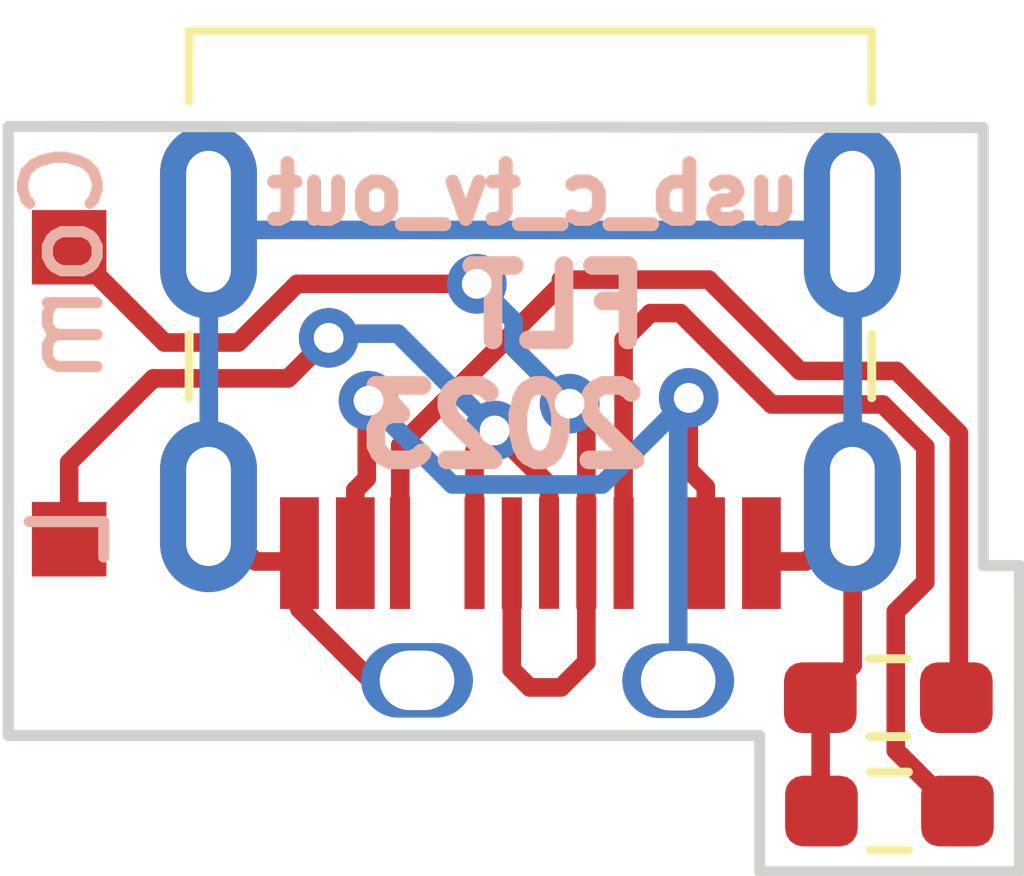
<source format=kicad_pcb>
(kicad_pcb (version 20221018) (generator pcbnew)
  (layers (0 "F.Cu" signal) (31 "B.Cu" signal) (34 "B.Paste" user) (35 "F.Paste" user) (36 "B.SilkS" user "B.Silkscreen") (37 "F.SilkS" user "F.Silkscreen") (38 "B.Mask" user) (39 "F.Mask" user) (44 "Edge.Cuts" user))
  (net 0 "")
  (net 1 "Net-(BT1-+)")
  (net 2 "Net-(BT1--)")
  (net 3 "Net-(P1-CC)")
  (net 4 "Net-(P1-VCONN)")
  (net 5 "Net-(P1-D+)")
  (net 6 "Net-(P1-D-)")
  (footprint "custom_connectors:ds_lite_charger_pins" (layer "F.Cu") (at 150.01 100.28)
    (fp_text reference "BT1" hide)
    (fp_text value "Battery")
    (pad "1" thru_hole oval (at -1.7526 -0.00508 90) (size 1 1.5) (drill oval 0.8 1) (layers "*.Cu" "*.Mask") (net 1 "Net-(BT1-+)"))
    (pad "2" thru_hole oval (at 1.7526 0 90) (size 1 1.5) (drill oval 0.8 1) (layers "*.Cu" "*.Mask") (net 2 "Net-(BT1--)"))
  )
  (footprint "usb_custom:USB_C_SMD_USB2" (layer "F.Cu") (at 149.78 95.265 180)
    (fp_text reference "P1" hide)
    (fp_text value "USB_C_Plug" hide)
    (fp_line (start -4.58 -1.215) (end -4.58 -0.36) (stroke (width 0.12)) (layer "F.SilkS"))
    (fp_line (start -4.58 2.76) (end -4.58 3.71) (stroke (width 0.12)) (layer "F.SilkS"))
    (fp_line (start -4.58 3.71) (end 4.58 3.71) (stroke (width 0.12)) (layer "F.SilkS"))
    (fp_line (start 4.58 -1.215) (end 4.58 -0.36) (stroke (width 0.12)) (layer "F.SilkS"))
    (fp_line (start 4.58 2.76) (end 4.58 3.71) (stroke (width 0.12)) (layer "F.SilkS"))
    (pad "" np_thru_hole circle (at -3 -1.95 180) (size 0.6 0.6) (drill 0.6) (layers "F&B.Cu" "*.Mask"))
    (pad "" np_thru_hole oval (at 3 -1.95 180) (size 0.85 0.6) (drill oval 0.85 0.6) (layers "F&B.Cu" "*.Mask"))
    (pad "A1" smd rect (at -3.1 -3.302 180) (size 0.52 1.5) (layers "F.Cu" "F.Paste" "F.Mask") (net 1 "Net-(BT1-+)"))
    (pad "A4" smd rect (at -2.35 -3.302 180) (size 0.52 1.5) (layers "F.Cu" "F.Paste" "F.Mask") (net 2 "Net-(BT1--)"))
    (pad "A5" smd rect (at 1.75 -3.302 180) (size 0.27 1.5) (layers "F.Cu" "F.Paste" "F.Mask") (net 3 "Net-(P1-CC)"))
    (pad "A6" smd rect (at -0.25 -3.3 180) (size 0.27 1.5) (layers "F.Cu" "F.Paste" "F.Mask") (net 5 "Net-(P1-D+)"))
    (pad "A6" smd rect (at 0.75 -3.302 180) (size 0.27 1.5) (layers "F.Cu" "F.Paste" "F.Mask") (net 5 "Net-(P1-D+)"))
    (pad "A7" smd rect (at -0.75 -3.3 180) (size 0.27 1.5) (layers "F.Cu" "F.Paste" "F.Mask") (net 6 "Net-(P1-D-)"))
    (pad "A7" smd rect (at 0.25 -3.302 180) (size 0.27 1.5) (layers "F.Cu" "F.Paste" "F.Mask") (net 6 "Net-(P1-D-)"))
    (pad "A9" smd rect (at 2.35 -3.302 180) (size 0.52 1.5) (layers "F.Cu" "F.Paste" "F.Mask") (net 2 "Net-(BT1--)"))
    (pad "A12" smd rect (at 3.1 -3.302 180) (size 0.52 1.5) (layers "F.Cu" "F.Paste" "F.Mask") (net 1 "Net-(BT1-+)"))
    (pad "B5" smd rect (at -1.25 -3.302 180) (size 0.27 1.5) (layers "F.Cu" "F.Paste" "F.Mask") (net 4 "Net-(P1-VCONN)"))
    (pad "S1" thru_hole oval (at -4.32 -2.675 180) (size 1.3 2.3) (drill oval 0.6 1.6) (layers "*.Cu" "*.Mask") (net 1 "Net-(BT1-+)"))
    (pad "S1" thru_hole oval (at -4.32 1.15 180) (size 1.3 2.6) (drill oval 0.6 1.9) (layers "*.Cu" "*.Mask") (net 1 "Net-(BT1-+)"))
    (pad "S1" thru_hole oval (at 4.32 -2.675 180) (size 1.3 2.3) (drill oval 0.6 1.6) (layers "*.Cu" "*.Mask") (net 1 "Net-(BT1-+)"))
    (pad "S1" thru_hole oval (at 4.32 1.15 180) (size 1.3 2.6) (drill oval 0.6 1.9) (layers "*.Cu" "*.Mask") (net 1 "Net-(BT1-+)"))
  )
  (footprint "Resistor_SMD:R_0603_1608Metric_Pad0.98x0.95mm_HandSolder" (layer "F.Cu") (at 154.5975 102.03 180)
    (fp_text reference "R2" hide)
    (fp_text value "R" hide)
    (fp_line (start -0.254724 -0.5225) (end 0.254724 -0.5225) (stroke (width 0.12)) (layer "F.SilkS"))
    (fp_line (start -0.254724 0.5225) (end 0.254724 0.5225) (stroke (width 0.12)) (layer "F.SilkS"))
    (pad "1" smd roundrect (at -0.9125 0 180) (size 0.975 0.95) (layers "F.Cu" "F.Paste" "F.Mask") (net 4 "Net-(P1-VCONN)"))
    (pad "2" smd roundrect (at 0.9125 0 180) (size 0.975 0.95) (layers "F.Cu" "F.Paste" "F.Mask") (net 1 "Net-(BT1-+)"))
  )
  (footprint "custom_connectors:1mm_test_point_square_SMD" (layer "F.Cu") (at 143.59 98.39)
    (fp_text reference "L" (at 0.01 -0.08 90) (layer "B.SilkS") (effects (justify mirror)))
    (fp_text value "TestPoint" hide)
    (pad "1" smd rect (at 0 -0.01016) (size 1 1) (layers "F.Cu" "F.Paste" "F.Mask") (net 5 "Net-(P1-D+)"))
  )
  (footprint "Resistor_SMD:R_0603_1608Metric_Pad0.98x0.95mm_HandSolder" (layer "F.Cu") (at 154.5825 100.5078 180)
    (fp_text reference "R1" hide)
    (fp_text value "R" hide)
    (fp_line (start -0.254724 -0.5225) (end 0.254724 -0.5225) (stroke (width 0.12)) (layer "F.SilkS"))
    (fp_line (start -0.254724 0.5225) (end 0.254724 0.5225) (stroke (width 0.12)) (layer "F.SilkS"))
    (pad "1" smd roundrect (at -0.9125 0 180) (size 0.975 0.95) (layers "F.Cu" "F.Paste" "F.Mask") (net 3 "Net-(P1-CC)"))
    (pad "2" smd roundrect (at 0.9125 0 180) (size 0.975 0.95) (layers "F.Cu" "F.Paste" "F.Mask") (net 1 "Net-(BT1-+)"))
  )
  (footprint "custom_connectors:1mm_test_point_square_SMD" (layer "F.Cu") (at 143.59 94.47016)
    (fp_text reference "Com" (at -0.08 0.20984 90) (layer "B.SilkS") (effects (justify mirror)))
    (fp_text value "TestPoint" hide)
    (pad "1" smd rect (at 0 -0.01016) (size 1 1) (layers "F.Cu" "F.Paste" "F.Mask") (net 6 "Net-(P1-D-)"))
  )
  (gr_line (start 155.8544 92.85224) (end 142.7734 92.837) (stroke (width 0.15)) (layer "Edge.Cuts"))
  (gr_line (start 142.7734 92.837) (end 142.7734 101.0158) (stroke (width 0.15)) (layer "Edge.Cuts"))
  (gr_line (start 156.34208 102.8446) (end 156.34208 98.73488) (stroke (width 0.15)) (layer "Edge.Cuts"))
  (gr_line (start 156.34716 98.73488) (end 155.8544 98.73488) (stroke (width 0.15)) (layer "Edge.Cuts"))
  (gr_line (start 152.8572 101.0158) (end 142.7734 101.0158) (stroke (width 0.15)) (layer "Edge.Cuts"))
  (gr_line (start 156.34208 102.8446) (end 152.8572 102.8446) (stroke (width 0.15)) (layer "Edge.Cuts"))
  (gr_line (start 155.8544 92.85224) (end 155.8544 98.73488) (stroke (width 0.15)) (layer "Edge.Cuts"))
  (gr_line (start 152.8572 102.8446) (end 152.8572 101.0158) (stroke (width 0.15)) (layer "Edge.Cuts"))
  (gr_text "usb_c_tv_out" (at 153.5 94.18) (layer "B.SilkS") (effects (font (size 0.75 0.75) (thickness 0.1875) bold) (justify left bottom mirror)))
  (gr_text "FLT\n2023" (at 151.49 97.45) (layer "B.SilkS") (effects (font (size 1 1) (thickness 0.25) bold) (justify left bottom mirror)))
  (segment (start 153.4768 98.679) (end 154.1038 98.052) (width 0.25) (layer "F.Cu") (net 1))
  (segment (start 146.6838 98.679) (end 146.0908 98.679) (width 0.25) (layer "F.Cu") (net 1))
  (segment (start 146.68 98.567) (end 146.68 99.317) (width 0.25) (layer "F.Cu") (net 1))
  (segment (start 154.1038 100.074) (end 154.1038 98.052) (width 0.25) (layer "F.Cu") (net 1))
  (segment (start 152.8838 98.679) (end 153.4768 98.679) (width 0.25) (layer "F.Cu") (net 1))
  (segment (start 147.63792 100.27492) (end 148.2574 100.27492) (width 0.25) (layer "F.Cu") (net 1))
  (segment (start 146.68 99.317) (end 147.63792 100.27492) (width 0.25) (layer "F.Cu") (net 1))
  (segment (start 153.6738 102.0318) (end 153.6738 100.5116) (width 0.25) (layer "F.Cu") (net 1))
  (segment (start 146.0908 98.679) (end 145.4638 98.052) (width 0.25) (layer "F.Cu") (net 1))
  (segment (start 153.6738 100.5116) (end 153.67 100.5078) (width 0.25) (layer "F.Cu") (net 1))
  (segment (start 153.67 100.5078) (end 154.1038 100.074) (width 0.25) (layer "F.Cu") (net 1))
  (segment (start 145.4638 94.227) (end 154.1038 94.227) (width 0.25) (layer "B.Cu") (net 1))
  (segment (start 154.1038 98.052) (end 154.1038 94.227) (width 0.25) (layer "B.Cu") (net 1))
  (segment (start 145.4638 94.227) (end 145.4638 98.052) (width 0.25) (layer "B.Cu") (net 1))
  (segment (start 152.1338 97.679) (end 152.1338 98.679) (width 0.25) (layer "F.Cu") (net 2))
  (segment (start 147.5838 96.544201) (end 147.607187 96.520814) (width 0.25) (layer "F.Cu") (net 2))
  (segment (start 151.765 100.2792) (end 152.015 100.2792) (width 0.25) (layer "F.Cu") (net 2))
  (segment (start 147.5838 97.5662) (end 147.5838 96.544201) (width 0.25) (layer "F.Cu") (net 2))
  (segment (start 151.904001 97.449201) (end 152.1338 97.679) (width 0.25) (layer "F.Cu") (net 2))
  (segment (start 147.43 97.72) (end 147.5838 97.5662) (width 0.25) (layer "F.Cu") (net 2))
  (segment (start 147.43 98.567) (end 147.43 97.72) (width 0.25) (layer "F.Cu") (net 2))
  (segment (start 151.904001 96.482599) (end 151.904001 97.449201) (width 0.25) (layer "F.Cu") (net 2))
  (via (at 147.607187 96.520814) (size 0.8) (drill 0.4) (layers "F.Cu" "B.Cu") (net 2))
  (via (at 151.904001 96.482599) (size 0.8) (drill 0.4) (layers "F.Cu" "B.Cu") (net 2))
  (segment (start 148.731373 97.645) (end 150.7416 97.645) (width 0.25) (layer "B.Cu") (net 2))
  (segment (start 151.7626 96.624) (end 151.7626 100.28) (width 0.25) (layer "B.Cu") (net 2))
  (segment (start 147.607187 96.520814) (end 148.731373 97.645) (width 0.25) (layer "B.Cu") (net 2))
  (segment (start 150.7416 97.645) (end 151.904001 96.482599) (width 0.25) (layer "B.Cu") (net 2))
  (segment (start 151.904001 96.482599) (end 151.7626 96.624) (width 0.25) (layer "B.Cu") (net 2))
  (segment (start 155.5288 96.955004) (end 154.694596 96.1208) (width 0.25) (layer "F.Cu") (net 3))
  (segment (start 153.3978 96.1208) (end 152.1714 94.8944) (width 0.25) (layer "F.Cu") (net 3))
  (segment (start 154.694596 96.1208) (end 153.3978 96.1208) (width 0.25) (layer "F.Cu") (net 3))
  (segment (start 148.0338 97.1188) (end 148.0338 98.679) (width 0.25) (layer "F.Cu") (net 3))
  (segment (start 155.495 100.5078) (end 155.5288 100.474) (width 0.25) (layer "F.Cu") (net 3))
  (segment (start 155.5288 100.474) (end 155.5288 96.955004) (width 0.25) (layer "F.Cu") (net 3))
  (segment (start 150.1902 94.9624) (end 148.0338 97.1188) (width 0.25) (layer "F.Cu") (net 3))
  (segment (start 152.1714 94.8944) (end 150.1902 94.8944) (width 0.25) (layer "F.Cu") (net 3))
  (segment (start 150.1902 94.8944) (end 150.1902 94.9624) (width 0.25) (layer "F.Cu") (net 3))
  (segment (start 154.6825 101.2155) (end 154.6825 99.352158) (width 0.25) (layer "F.Cu") (net 4))
  (segment (start 154.6825 99.352158) (end 155.0788 98.955858) (width 0.25) (layer "F.Cu") (net 4))
  (segment (start 151.03 95.7044) (end 151.39 95.3444) (width 0.25) (layer "F.Cu") (net 4))
  (segment (start 151.7904 95.3444) (end 151.39 95.3444) (width 0.25) (layer "F.Cu") (net 4))
  (segment (start 154.5082 96.5708) (end 153.0168 96.5708) (width 0.25) (layer "F.Cu") (net 4))
  (segment (start 155.0788 98.955858) (end 155.0788 97.1414) (width 0.25) (layer "F.Cu") (net 4))
  (segment (start 155.4988 102.0318) (end 154.6825 101.2155) (width 0.25) (layer "F.Cu") (net 4))
  (segment (start 153.0168 96.5708) (end 151.7904 95.3444) (width 0.25) (layer "F.Cu") (net 4))
  (segment (start 155.0788 97.1414) (end 154.5082 96.5708) (width 0.25) (layer "F.Cu") (net 4))
  (segment (start 151.03 98.567) (end 151.03 95.7044) (width 0.25) (layer "F.Cu") (net 4))
  (segment (start 150.03 98.565) (end 150.03 97.65) (width 0.25) (layer "F.Cu") (net 5))
  (segment (start 147.072398 95.676418) (end 146.528307 96.220509) (width 0.25) (layer "F.Cu") (net 5))
  (segment (start 149.3 96.92) (end 149.03 97.19) (width 0.25) (layer "F.Cu") (net 5))
  (segment (start 143.59 97.35) (end 143.59 98.37984) (width 0.25) (layer "F.Cu") (net 5))
  (segment (start 144.719491 96.220509) (end 143.59 97.35) (width 0.25) (layer "F.Cu") (net 5))
  (segment (start 146.528307 96.220509) (end 144.719491 96.220509) (width 0.25) (layer "F.Cu") (net 5))
  (segment (start 149.03 97.19) (end 149.03 98.567) (width 0.25) (layer "F.Cu") (net 5))
  (segment (start 150.03 97.65) (end 149.3 96.92) (width 0.25) (layer "F.Cu") (net 5))
  (via (at 147.072398 95.676418) (size 0.8) (drill 0.4) (layers "F.Cu" "B.Cu") (net 5))
  (via (at 149.3 96.92) (size 0.8) (drill 0.4) (layers "F.Cu" "B.Cu") (net 5))
  (segment (start 148 95.62) (end 147.71 95.62) (width 0.25) (layer "B.Cu") (net 5))
  (segment (start 147.71 95.62) (end 147.128816 95.62) (width 0.25) (layer "B.Cu") (net 5))
  (segment (start 147.128816 95.62) (end 147.072398 95.676418) (width 0.25) (layer "B.Cu") (net 5))
  (segment (start 149.3 96.92) (end 148 95.62) (width 0.25) (layer "B.Cu") (net 5))
  (segment (start 149.06 94.9515) (end 146.648279 94.9515) (width 0.25) (layer "F.Cu") (net 6))
  (segment (start 150.53 96.7845) (end 150.53 98.565) (width 0.25) (layer "F.Cu") (net 6))
  (segment (start 149.53 100.13) (end 149.77 100.37) (width 0.25) (layer "F.Cu") (net 6))
  (segment (start 150.53 100.03) (end 150.53 98.565) (width 0.25) (layer "F.Cu") (net 6))
  (segment (start 150.19 100.37) (end 150.53 100.03) (width 0.25) (layer "F.Cu") (net 6))
  (segment (start 144.868717 95.738717) (end 143.59 94.46) (width 0.25) (layer "F.Cu") (net 6))
  (segment (start 146.648279 94.9515) (end 145.861062 95.738717) (width 0.25) (layer "F.Cu") (net 6))
  (segment (start 150.3055 96.56) (end 150.53 96.7845) (width 0.25) (layer "F.Cu") (net 6))
  (segment (start 149.53 98.567) (end 149.53 100.13) (width 0.25) (layer "F.Cu") (net 6))
  (segment (start 149.77 100.37) (end 150.19 100.37) (width 0.25) (layer "F.Cu") (net 6))
  (segment (start 145.861062 95.738717) (end 144.868717 95.738717) (width 0.25) (layer "F.Cu") (net 6))
  (via (at 149.06 94.9515) (size 0.8) (drill 0.4) (layers "F.Cu" "B.Cu") (net 6))
  (via (at 150.3055 96.56) (size 0.8) (drill 0.4) (layers "F.Cu" "B.Cu") (net 6))
  (segment (start 149.5543 95.8088) (end 150.3055 96.56) (width 0.25) (layer "B.Cu") (net 6))
  (segment (start 149.5543 95.4458) (end 149.06 94.9515) (width 0.25) (layer "B.Cu") (net 6))
  (segment (start 149.5543 95.8088) (end 149.5543 95.4458) (width 0.25) (layer "B.Cu") (net 6))
)
</source>
